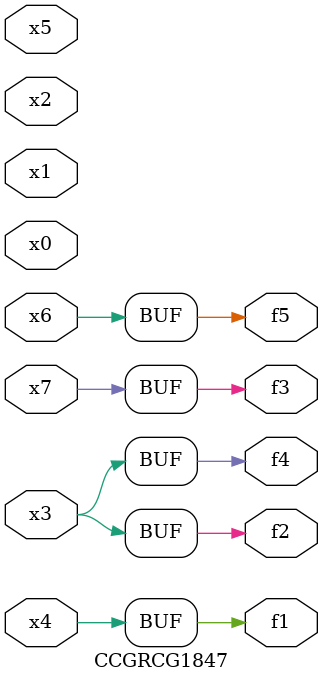
<source format=v>
module CCGRCG1847(
	input x0, x1, x2, x3, x4, x5, x6, x7,
	output f1, f2, f3, f4, f5
);
	assign f1 = x4;
	assign f2 = x3;
	assign f3 = x7;
	assign f4 = x3;
	assign f5 = x6;
endmodule

</source>
